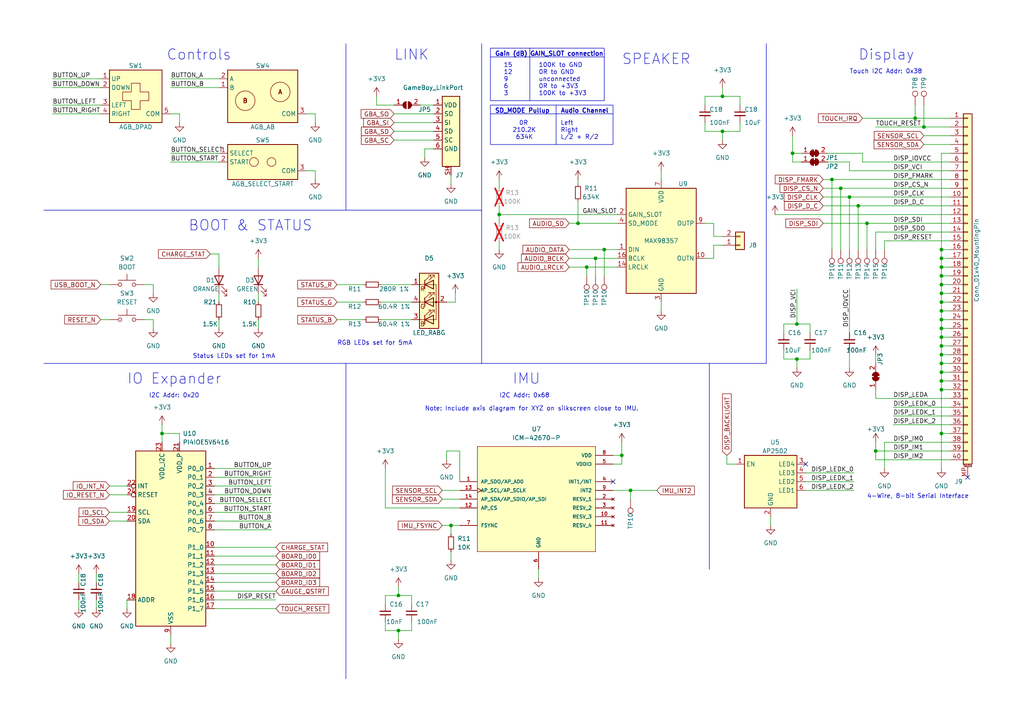
<source format=kicad_sch>
(kicad_sch (version 20230121) (generator eeschema)
  (paper "A4")
  (title_block (title "Kudzu") (date "2023-09-26") (rev "1") (company "Copyright 2023 The Pigweed Authors"))
  (junction (at 209.55 38.1))
  (junction (at 273.05 85.09))
  (junction (at 251.46 64.77))
  (junction (at 172.72 74.93))
  (junction (at 231.14 104.14))
  (junction (at 115.57 182.88))
  (junction (at 267.97 36.83))
  (junction (at 273.05 107.95))
  (junction (at 246.38 57.15))
  (junction (at 273.05 90.17))
  (junction (at 273.05 72.39))
  (junction (at 273.05 102.87))
  (junction (at 130.81 152.4))
  (junction (at 273.05 97.79))
  (junction (at 273.05 74.93))
  (junction (at 209.55 27.94))
  (junction (at 248.92 59.69))
  (junction (at 273.05 92.71))
  (junction (at 170.18 77.47))
  (junction (at 46.99 125.73))
  (junction (at 273.05 95.25))
  (junction (at 144.78 62.23))
  (junction (at 231.14 93.98))
  (junction (at 273.05 125.73))
  (junction (at 241.3 52.07))
  (junction (at 175.26 72.39))
  (junction (at 273.05 80.01))
  (junction (at 243.84 54.61))
  (junction (at 182.88 142.24))
  (junction (at 273.05 110.49))
  (junction (at 273.05 100.33))
  (junction (at 180.34 132.08))
  (junction (at 273.05 77.47))
  (junction (at 273.05 105.41))
  (junction (at 254 130.81))
  (junction (at 273.05 87.63))
  (junction (at 167.64 64.77))
  (junction (at 273.05 82.55))
  (junction (at 115.57 172.72))
  (junction (at 273.05 113.03))
  (junction (at 229.87 44.45))
  (junction (at 265.43 34.29))
  (no_connect (at 233.68 134.62))
  (no_connect (at 177.8 139.7))
  (no_connect (at 280.67 138.43))
  (wire (pts (xy 125.73 43.18) (xy 123.19 43.18)))
  (wire (pts (xy 273.05 95.25) (xy 275.59 95.25)))
  (polyline (pts (xy 139.7 105.41) (xy 205.74 105.41)))
  (wire (pts (xy 180.34 128.27) (xy 180.34 132.08)))
  (wire (pts (xy 133.35 139.7) (xy 133.35 130.81)))
  (wire (pts (xy 175.26 72.39) (xy 175.26 80.01)))
  (wire (pts (xy 182.88 142.24) (xy 190.5 142.24)))
  (wire (pts (xy 62.23 168.91) (xy 80.01 168.91)))
  (wire (pts (xy 175.26 72.39) (xy 179.07 72.39)))
  (wire (pts (xy 207.01 68.58) (xy 209.55 68.58)))
  (wire (pts (xy 130.81 152.4) (xy 128.27 152.4)))
  (wire (pts (xy 111.76 172.72) (xy 111.76 175.26)))
  (wire (pts (xy 267.97 39.37) (xy 275.59 39.37)))
  (wire (pts (xy 15.24 25.4) (xy 29.21 25.4)))
  (polyline (pts (xy 153.67 13.97) (xy 153.67 29.21)))
  (wire (pts (xy 273.05 82.55) (xy 273.05 85.09)))
  (wire (pts (xy 144.78 59.69) (xy 144.78 62.23)))
  (wire (pts (xy 177.8 142.24) (xy 182.88 142.24)))
  (wire (pts (xy 62.23 161.29) (xy 80.01 161.29)))
  (wire (pts (xy 119.38 82.55) (xy 110.49 82.55)))
  (wire (pts (xy 256.54 72.39) (xy 256.54 69.85)))
  (wire (pts (xy 15.24 33.02) (xy 29.21 33.02)))
  (wire (pts (xy 243.84 72.39) (xy 243.84 54.61)))
  (wire (pts (xy 251.46 64.77) (xy 275.59 64.77)))
  (wire (pts (xy 62.23 153.67) (xy 78.74 153.67)))
  (wire (pts (xy 273.05 125.73) (xy 275.59 125.73)))
  (wire (pts (xy 115.57 170.18) (xy 115.57 172.72)))
  (wire (pts (xy 114.3 35.56) (xy 125.73 35.56)))
  (wire (pts (xy 74.93 74.93) (xy 74.93 77.47)))
  (polyline (pts (xy 12.7 105.41) (xy 139.7 105.41)))
  (wire (pts (xy 62.23 138.43) (xy 78.74 138.43)))
  (wire (pts (xy 246.38 57.15) (xy 275.59 57.15)))
  (wire (pts (xy 114.3 38.1) (xy 125.73 38.1)))
  (wire (pts (xy 238.76 57.15) (xy 246.38 57.15)))
  (wire (pts (xy 36.83 173.99) (xy 39.37 173.99)))
  (wire (pts (xy 109.22 27.94) (xy 109.22 30.48)))
  (wire (pts (xy 62.23 140.97) (xy 78.74 140.97)))
  (wire (pts (xy 210.82 132.08) (xy 210.82 134.62)))
  (wire (pts (xy 273.05 44.45) (xy 273.05 72.39)))
  (wire (pts (xy 273.05 102.87) (xy 273.05 105.41)))
  (polyline (pts (xy 100.33 105.41) (xy 100.33 196.85)))
  (wire (pts (xy 238.76 64.77) (xy 251.46 64.77)))
  (wire (pts (xy 62.23 146.05) (xy 78.74 146.05)))
  (wire (pts (xy 156.21 165.1) (xy 156.21 167.64)))
  (wire (pts (xy 191.77 49.53) (xy 191.77 52.07)))
  (wire (pts (xy 114.3 33.02) (xy 125.73 33.02)))
  (wire (pts (xy 88.9 49.53) (xy 91.44 49.53)))
  (wire (pts (xy 52.07 128.27) (xy 52.07 125.73)))
  (wire (pts (xy 273.05 87.63) (xy 273.05 90.17)))
  (wire (pts (xy 240.03 44.45) (xy 250.19 44.45)))
  (wire (pts (xy 273.05 44.45) (xy 275.59 44.45)))
  (wire (pts (xy 62.23 173.99) (xy 80.01 173.99)))
  (wire (pts (xy 254 133.35) (xy 275.59 133.35)))
  (wire (pts (xy 49.53 46.99) (xy 63.5 46.99)))
  (wire (pts (xy 273.05 77.47) (xy 273.05 80.01)))
  (wire (pts (xy 115.57 172.72) (xy 119.38 172.72)))
  (wire (pts (xy 133.35 152.4) (xy 130.81 152.4)))
  (wire (pts (xy 273.05 100.33) (xy 275.59 100.33)))
  (wire (pts (xy 204.47 74.93) (xy 207.01 74.93)))
  (wire (pts (xy 191.77 87.63) (xy 191.77 90.17)))
  (wire (pts (xy 250.19 34.29) (xy 265.43 34.29)))
  (polyline (pts (xy 205.74 105.41) (xy 205.74 165.1)))
  (wire (pts (xy 132.08 85.09) (xy 132.08 87.63)))
  (wire (pts (xy 204.47 38.1) (xy 209.55 38.1)))
  (wire (pts (xy 273.05 87.63) (xy 275.59 87.63)))
  (wire (pts (xy 254 113.03) (xy 254 115.57)))
  (wire (pts (xy 224.79 62.23) (xy 275.59 62.23)))
  (wire (pts (xy 273.05 107.95) (xy 273.05 110.49)))
  (wire (pts (xy 273.05 80.01) (xy 275.59 80.01)))
  (wire (pts (xy 105.41 82.55) (xy 97.79 82.55)))
  (wire (pts (xy 62.23 163.83) (xy 80.01 163.83)))
  (wire (pts (xy 273.05 100.33) (xy 273.05 102.87)))
  (wire (pts (xy 52.07 125.73) (xy 46.99 125.73)))
  (wire (pts (xy 273.05 72.39) (xy 275.59 72.39)))
  (wire (pts (xy 144.78 69.85) (xy 144.78 72.39)))
  (wire (pts (xy 111.76 172.72) (xy 115.57 172.72)))
  (wire (pts (xy 227.33 93.98) (xy 227.33 96.52)))
  (wire (pts (xy 46.99 123.19) (xy 46.99 125.73)))
  (wire (pts (xy 49.53 44.45) (xy 63.5 44.45)))
  (wire (pts (xy 209.55 27.94) (xy 209.55 25.4)))
  (wire (pts (xy 254 115.57) (xy 275.59 115.57)))
  (polyline (pts (xy 139.7 12.7) (xy 139.7 105.41)))
  (wire (pts (xy 231.14 104.14) (xy 227.33 104.14)))
  (wire (pts (xy 133.35 130.81) (xy 129.54 130.81)))
  (wire (pts (xy 121.92 30.48) (xy 125.73 30.48)))
  (wire (pts (xy 119.38 182.88) (xy 119.38 180.34)))
  (wire (pts (xy 62.23 151.13) (xy 78.74 151.13)))
  (wire (pts (xy 238.76 59.69) (xy 248.92 59.69)))
  (wire (pts (xy 234.95 104.14) (xy 234.95 101.6)))
  (wire (pts (xy 62.23 135.89) (xy 78.74 135.89)))
  (wire (pts (xy 204.47 27.94) (xy 209.55 27.94)))
  (wire (pts (xy 243.84 54.61) (xy 275.59 54.61)))
  (polyline (pts (xy 142.24 16.51) (xy 175.26 16.51)))
  (wire (pts (xy 111.76 147.32) (xy 133.35 147.32)))
  (wire (pts (xy 223.52 149.86) (xy 223.52 152.4)))
  (wire (pts (xy 227.33 93.98) (xy 231.14 93.98)))
  (wire (pts (xy 129.54 130.81) (xy 129.54 133.35)))
  (wire (pts (xy 254 130.81) (xy 275.59 130.81)))
  (polyline (pts (xy 222.25 12.7) (xy 222.25 105.41)))
  (wire (pts (xy 27.94 166.37) (xy 27.94 168.91)))
  (wire (pts (xy 265.43 30.48) (xy 265.43 34.29)))
  (wire (pts (xy 273.05 113.03) (xy 273.05 125.73)))
  (wire (pts (xy 273.05 85.09) (xy 275.59 85.09)))
  (wire (pts (xy 248.92 72.39) (xy 248.92 59.69)))
  (wire (pts (xy 214.63 30.48) (xy 214.63 27.94)))
  (wire (pts (xy 128.27 142.24) (xy 133.35 142.24)))
  (wire (pts (xy 132.08 87.63) (xy 129.54 87.63)))
  (wire (pts (xy 259.08 120.65) (xy 275.59 120.65)))
  (wire (pts (xy 238.76 54.61) (xy 243.84 54.61)))
  (wire (pts (xy 62.23 148.59) (xy 78.74 148.59)))
  (wire (pts (xy 273.05 102.87) (xy 275.59 102.87)))
  (wire (pts (xy 273.05 72.39) (xy 273.05 74.93)))
  (wire (pts (xy 44.45 82.55) (xy 44.45 85.09)))
  (polyline (pts (xy 222.25 105.41) (xy 205.74 105.41)))
  (wire (pts (xy 62.23 176.53) (xy 80.01 176.53)))
  (wire (pts (xy 31.75 140.97) (xy 36.83 140.97)))
  (wire (pts (xy 130.81 50.8) (xy 130.81 53.34)))
  (wire (pts (xy 273.05 97.79) (xy 273.05 100.33)))
  (wire (pts (xy 273.05 90.17) (xy 273.05 92.71)))
  (wire (pts (xy 238.76 52.07) (xy 241.3 52.07)))
  (wire (pts (xy 165.1 72.39) (xy 175.26 72.39)))
  (wire (pts (xy 88.9 33.02) (xy 91.44 33.02)))
  (polyline (pts (xy 142.24 33.02) (xy 177.8 33.02)))
  (wire (pts (xy 267.97 30.48) (xy 267.97 36.83)))
  (wire (pts (xy 115.57 182.88) (xy 119.38 182.88)))
  (wire (pts (xy 91.44 33.02) (xy 91.44 35.56)))
  (wire (pts (xy 259.08 118.11) (xy 275.59 118.11)))
  (wire (pts (xy 36.83 173.99) (xy 36.83 176.53)))
  (wire (pts (xy 231.14 93.98) (xy 234.95 93.98)))
  (wire (pts (xy 248.92 59.69) (xy 275.59 59.69)))
  (wire (pts (xy 119.38 87.63) (xy 110.49 87.63)))
  (wire (pts (xy 246.38 83.82) (xy 246.38 96.52)))
  (wire (pts (xy 231.14 104.14) (xy 234.95 104.14)))
  (wire (pts (xy 231.14 83.82) (xy 231.14 93.98)))
  (wire (pts (xy 74.93 92.71) (xy 74.93 95.25)))
  (wire (pts (xy 273.05 105.41) (xy 273.05 107.95)))
  (wire (pts (xy 234.95 93.98) (xy 234.95 96.52)))
  (wire (pts (xy 265.43 34.29) (xy 275.59 34.29)))
  (wire (pts (xy 165.1 77.47) (xy 170.18 77.47)))
  (wire (pts (xy 273.05 92.71) (xy 275.59 92.71)))
  (wire (pts (xy 246.38 49.53) (xy 275.59 49.53)))
  (wire (pts (xy 167.64 58.42) (xy 167.64 64.77)))
  (wire (pts (xy 241.3 52.07) (xy 275.59 52.07)))
  (polyline (pts (xy 161.29 30.48) (xy 161.29 41.91)))
  (wire (pts (xy 49.53 25.4) (xy 63.5 25.4)))
  (wire (pts (xy 204.47 64.77) (xy 207.01 64.77)))
  (polyline (pts (xy 12.7 60.96) (xy 139.7 60.96)))
  (wire (pts (xy 115.57 182.88) (xy 111.76 182.88)))
  (wire (pts (xy 29.21 92.71) (xy 31.75 92.71)))
  (wire (pts (xy 273.05 113.03) (xy 275.59 113.03)))
  (wire (pts (xy 273.05 105.41) (xy 275.59 105.41)))
  (wire (pts (xy 250.19 44.45) (xy 250.19 46.99)))
  (wire (pts (xy 273.05 74.93) (xy 275.59 74.93)))
  (wire (pts (xy 62.23 171.45) (xy 80.01 171.45)))
  (wire (pts (xy 204.47 30.48) (xy 204.47 27.94)))
  (wire (pts (xy 241.3 72.39) (xy 241.3 52.07)))
  (wire (pts (xy 229.87 46.99) (xy 232.41 46.99)))
  (wire (pts (xy 80.01 158.75) (xy 62.23 158.75)))
  (wire (pts (xy 273.05 95.25) (xy 273.05 97.79)))
  (polyline (pts (xy 100.33 12.7) (xy 100.33 60.96)))
  (wire (pts (xy 273.05 107.95) (xy 275.59 107.95)))
  (wire (pts (xy 273.05 125.73) (xy 273.05 135.89)))
  (wire (pts (xy 273.05 110.49) (xy 273.05 113.03)))
  (wire (pts (xy 22.86 173.99) (xy 22.86 176.53)))
  (wire (pts (xy 177.8 134.62) (xy 180.34 134.62)))
  (wire (pts (xy 214.63 27.94) (xy 209.55 27.94)))
  (wire (pts (xy 165.1 64.77) (xy 167.64 64.77)))
  (wire (pts (xy 63.5 85.09) (xy 63.5 87.63)))
  (wire (pts (xy 254 36.83) (xy 267.97 36.83)))
  (wire (pts (xy 273.05 110.49) (xy 275.59 110.49)))
  (wire (pts (xy 246.38 46.99) (xy 246.38 49.53)))
  (wire (pts (xy 63.5 77.47) (xy 63.5 73.66)))
  (wire (pts (xy 49.53 33.02) (xy 52.07 33.02)))
  (wire (pts (xy 170.18 77.47) (xy 170.18 80.01)))
  (wire (pts (xy 130.81 160.02) (xy 130.81 162.56)))
  (wire (pts (xy 172.72 74.93) (xy 172.72 80.01)))
  (wire (pts (xy 273.05 80.01) (xy 273.05 82.55)))
  (wire (pts (xy 267.97 36.83) (xy 275.59 36.83)))
  (wire (pts (xy 180.34 132.08) (xy 180.34 134.62)))
  (wire (pts (xy 114.3 40.64) (xy 125.73 40.64)))
  (wire (pts (xy 273.05 77.47) (xy 275.59 77.47)))
  (wire (pts (xy 170.18 77.47) (xy 179.07 77.47)))
  (wire (pts (xy 256.54 128.27) (xy 275.59 128.27)))
  (wire (pts (xy 210.82 134.62) (xy 213.36 134.62)))
  (wire (pts (xy 214.63 38.1) (xy 214.63 35.56)))
  (wire (pts (xy 49.53 22.86) (xy 63.5 22.86)))
  (wire (pts (xy 31.75 151.13) (xy 36.83 151.13)))
  (wire (pts (xy 233.68 139.7) (xy 247.65 139.7)))
  (wire (pts (xy 123.19 43.18) (xy 123.19 45.72)))
  (wire (pts (xy 128.27 144.78) (xy 133.35 144.78)))
  (wire (pts (xy 91.44 49.53) (xy 91.44 52.07)))
  (wire (pts (xy 209.55 38.1) (xy 214.63 38.1)))
  (wire (pts (xy 172.72 74.93) (xy 179.07 74.93)))
  (wire (pts (xy 177.8 132.08) (xy 180.34 132.08)))
  (wire (pts (xy 273.05 85.09) (xy 273.05 87.63)))
  (wire (pts (xy 165.1 74.93) (xy 172.72 74.93)))
  (wire (pts (xy 31.75 143.51) (xy 36.83 143.51)))
  (wire (pts (xy 273.05 74.93) (xy 273.05 77.47)))
  (wire (pts (xy 44.45 92.71) (xy 44.45 95.25)))
  (wire (pts (xy 259.08 123.19) (xy 275.59 123.19)))
  (wire (pts (xy 254 128.27) (xy 254 130.81)))
  (wire (pts (xy 63.5 92.71) (xy 63.5 95.25)))
  (wire (pts (xy 74.93 85.09) (xy 74.93 87.63)))
  (wire (pts (xy 273.05 97.79) (xy 275.59 97.79)))
  (wire (pts (xy 130.81 152.4) (xy 130.81 154.94)))
  (wire (pts (xy 167.64 52.07) (xy 167.64 53.34)))
  (wire (pts (xy 229.87 44.45) (xy 232.41 44.45)))
  (wire (pts (xy 31.75 148.59) (xy 36.83 148.59)))
  (wire (pts (xy 15.24 30.48) (xy 29.21 30.48)))
  (wire (pts (xy 27.94 173.99) (xy 27.94 176.53)))
  (wire (pts (xy 233.68 142.24) (xy 247.65 142.24)))
  (wire (pts (xy 144.78 62.23) (xy 179.07 62.23)))
  (wire (pts (xy 273.05 90.17) (xy 275.59 90.17)))
  (wire (pts (xy 60.96 73.66) (xy 63.5 73.66)))
  (wire (pts (xy 246.38 72.39) (xy 246.38 57.15)))
  (wire (pts (xy 233.68 137.16) (xy 247.65 137.16)))
  (wire (pts (xy 119.38 92.71) (xy 110.49 92.71)))
  (wire (pts (xy 256.54 128.27) (xy 256.54 135.89)))
  (wire (pts (xy 144.78 52.07) (xy 144.78 54.61)))
  (wire (pts (xy 182.88 142.24) (xy 182.88 144.78)))
  (wire (pts (xy 62.23 143.51) (xy 78.74 143.51)))
  (wire (pts (xy 22.86 166.37) (xy 22.86 168.91)))
  (wire (pts (xy 209.55 38.1) (xy 209.55 40.64)))
  (wire (pts (xy 41.91 82.55) (xy 44.45 82.55)))
  (wire (pts (xy 256.54 69.85) (xy 275.59 69.85)))
  (wire (pts (xy 246.38 106.68) (xy 246.38 101.6)))
  (wire (pts (xy 273.05 82.55) (xy 275.59 82.55)))
  (wire (pts (xy 254 102.87) (xy 254 105.41)))
  (wire (pts (xy 41.91 92.71) (xy 44.45 92.71)))
  (wire (pts (xy 267.97 41.91) (xy 275.59 41.91)))
  (wire (pts (xy 254 72.39) (xy 254 67.31)))
  (wire (pts (xy 207.01 64.77) (xy 207.01 68.58)))
  (wire (pts (xy 207.01 74.93) (xy 207.01 71.12)))
  (wire (pts (xy 227.33 104.14) (xy 227.33 101.6)))
  (wire (pts (xy 46.99 125.73) (xy 46.99 128.27)))
  (wire (pts (xy 114.3 30.48) (xy 109.22 30.48)))
  (wire (pts (xy 254 133.35) (xy 254 130.81)))
  (wire (pts (xy 29.21 82.55) (xy 31.75 82.55)))
  (wire (pts (xy 240.03 46.99) (xy 246.38 46.99)))
  (wire (pts (xy 229.87 44.45) (xy 229.87 39.37)))
  (wire (pts (xy 97.79 92.71) (xy 105.41 92.71)))
  (wire (pts (xy 115.57 182.88) (xy 115.57 185.42)))
  (wire (pts (xy 204.47 35.56) (xy 204.47 38.1)))
  (wire (pts (xy 231.14 104.14) (xy 231.14 106.68)))
  (wire (pts (xy 250.19 46.99) (xy 275.59 46.99)))
  (wire (pts (xy 229.87 44.45) (xy 229.87 46.99)))
  (wire (pts (xy 144.78 62.23) (xy 144.78 64.77)))
  (wire (pts (xy 97.79 87.63) (xy 105.41 87.63)))
  (wire (pts (xy 119.38 172.72) (xy 119.38 175.26)))
  (wire (pts (xy 111.76 182.88) (xy 111.76 180.34)))
  (wire (pts (xy 251.46 64.77) (xy 251.46 72.39)))
  (wire (pts (xy 207.01 71.12) (xy 209.55 71.12)))
  (wire (pts (xy 52.07 33.02) (xy 52.07 35.56)))
  (wire (pts (xy 111.76 135.89) (xy 111.76 147.32)))
  (wire (pts (xy 49.53 184.15) (xy 49.53 186.69)))
  (wire (pts (xy 167.64 64.77) (xy 179.07 64.77)))
  (wire (pts (xy 80.01 166.37) (xy 62.23 166.37)))
  (wire (pts (xy 254 67.31) (xy 275.59 67.31)))
  (wire (pts (xy 273.05 92.71) (xy 273.05 95.25)))
  (wire (pts (xy 15.24 22.86) (xy 29.21 22.86)))
  (rectangle (start 142.24 30.48) (end 177.8 41.91))
  (rectangle (start 142.24 13.97) (end 175.26 29.21))
  (text "I2C Addr: 0x68" (at 144.78 115.57 0) (effects (font (size 1.27 1.27)) (justify left bottom)))
  (text "4-Wire, 8-bit Serial Interface" (at 251.46 144.78 0) (effects (font (size 1.27 1.27)) (justify left bottom)))
  (text "Status LEDs set for 1mA" (at 55.88 104.14 0) (effects (font (size 1.27 1.27)) (justify left bottom)))
  (text "SPEAKER\n" (at 180.34 19.05 0) (effects (font (size 3 3)) (justify left bottom)))
  (text "Display\n" (at 248.92 17.78 0) (effects (font (size 3 3)) (justify left bottom)))
  (text "GAIN_SLOT connection" (at 153.67 16.51 0) (effects (font (size 1.27 1.27) bold) (justify left bottom)))
  (text "RGB LEDs set for 5mA" (at 97.79 100.33 0) (effects (font (size 1.27 1.27)) (justify left bottom)))
  (text "100K to GND\n0R to GND\nunconnected\n0R to +3V3\n100K to +3V3" (at 156.21 27.94 0) (effects (font (size 1.27 1.27)) (justify left bottom)))
  (text "Touch I2C Addr: 0x38" (at 246.38 21.59 0) (effects (font (size 1.27 1.27)) (justify left bottom)))
  (text "IMU" (at 148.59 111.76 0) (effects (font (size 3 3)) (justify left bottom)))
  (text "Controls\n" (at 48.26 17.78 0) (effects (font (size 3 3)) (justify left bottom)))
  (text "Gain (dB)" (at 143.51 16.51 0) (effects (font (size 1.27 1.27) (thickness 0.254) bold) (justify left bottom)))
  (text "IO Expander\n" (at 36.83 111.76 0) (effects (font (size 3 3)) (justify left bottom)))
  (text "LINK" (at 114.3 17.78 0) (effects (font (size 3 3)) (justify left bottom)))
  (text "  0R\n210.2K\n 634K" (at 148.59 40.64 0) (effects (font (size 1.27 1.27)) (justify left bottom)))
  (text "SD_MODE Pullup" (at 143.51 33.02 0) (effects (font (size 1.27 1.27) (thickness 0.254) bold) (justify left bottom)))
  (text "BOOT & STATUS" (at 54.61 67.31 0) (effects (font (size 3 3)) (justify left bottom)))
  (text "Note: Include axis diagram for XYZ on silkscreen close to IMU." (at 123.19 119.38 0) (effects (font (size 1.27 1.27)) (justify left bottom)))
  (text "I2C Addr: 0x20\n" (at 43.18 115.57 0) (effects (font (size 1.27 1.27)) (justify left bottom)))
  (text "Left\nRight\nL/2 + R/2" (at 162.56 40.64 0) (effects (font (size 1.27 1.27)) (justify left bottom)))
  (text "Audio Channel" (at 162.56 33.02 0) (effects (font (size 1.27 1.27) (thickness 0.254) bold) (justify left bottom)))
  (text "15\n12\n9\n6\n3" (at 146.05 27.94 0) (effects (font (size 1.27 1.27)) (justify left bottom)))
  (label "BUTTON_LEFT" (at 78.74 140.97 180))
  (label "DISP_CS_N" (at 259.08 54.61 0))
  (label "BUTTON_A" (at 49.53 22.86 0))
  (label "BUTTON_UP" (at 15.24 22.86 0))
  (label "BUTTON_SELECT" (at 78.74 146.05 180))
  (label "DISP_VCI" (at 231.14 83.82 270))
  (label "DISP_IOVCC" (at 259.08 46.99 0))
  (label "DISP_LEDA" (at 259.08 115.57 0))
  (label "BUTTON_LEFT" (at 15.24 30.48 0))
  (label "DISP_SDI" (at 259.08 64.77 0))
  (label "DISP_CLK" (at 259.08 57.15 0))
  (label "BUTTON_SELECT" (at 49.53 44.45 0))
  (label "GAIN_SLOT" (at 168.91 62.23 0))
  (label "DISP_VCI" (at 259.08 49.53 0))
  (label "BUTTON_DOWN" (at 78.74 143.51 180))
  (label "DISP_RESET" (at 80.01 173.99 180))
  (label "DISP_LEDK_2" (at 247.65 142.24 180))
  (label "BUTTON_A" (at 78.74 153.67 180))
  (label "DISP_IM0" (at 259.08 128.27 0))
  (label "BUTTON_UP" (at 78.74 135.89 180))
  (label "DISP_D_C" (at 259.08 59.69 0))
  (label "DISP_LEDK_1" (at 247.65 139.7 180))
  (label "DISP_LEDK_0" (at 247.65 137.16 180))
  (label "BUTTON_DOWN" (at 15.24 25.4 0))
  (label "DISP_LEDK_0" (at 259.08 118.11 0))
  (label "DISP_IOVCC" (at 246.38 83.82 270))
  (label "DISP_RESET" (at 259.08 69.85 0))
  (label "DISP_IM2" (at 259.08 133.35 0))
  (label "BUTTON_START" (at 78.74 148.59 180))
  (label "TOUCH_RESET" (at 254 36.83 0))
  (label "BUTTON_B" (at 78.74 151.13 180))
  (label "DISP_LEDK_1" (at 259.08 120.65 0))
  (label "BUTTON_RIGHT" (at 78.74 138.43 180))
  (label "DISP_LEDK_2" (at 259.08 123.19 0))
  (label "DISP_SDO" (at 259.08 67.31 0))
  (label "DISP_FMARK" (at 259.08 52.07 0))
  (label "DISP_IM1" (at 259.08 130.81 0))
  (label "BUTTON_START" (at 49.53 46.99 0))
  (label "BUTTON_RIGHT" (at 15.24 33.02 0))
  (label "BUTTON_B" (at 49.53 25.4 0))
  (global_label "IMU_INT2" (shape input) (at 190.5 142.24 0) (property "Intersheetrefs" "${INTERSHEET_REFS}" (effects hide)))
  (global_label "IO_INT_N" (shape input) (at 31.75 140.97 180) (property "Intersheetrefs" "${INTERSHEET_REFS}" (effects hide)))
  (global_label "IO_SDA" (shape input) (at 31.75 151.13 180) (property "Intersheetrefs" "${INTERSHEET_REFS}" (effects hide)))
  (global_label "DISP_D_C" (shape input) (at 238.76 59.69 180) (property "Intersheetrefs" "${INTERSHEET_REFS}" (effects hide)))
  (global_label "SENSOR_SCL" (shape input) (at 267.97 39.37 180) (property "Intersheetrefs" "${INTERSHEET_REFS}" (effects hide)))
  (global_label "TOUCH_RESET" (shape input) (at 80.01 176.53 0) (property "Intersheetrefs" "${INTERSHEET_REFS}" (effects hide)))
  (global_label "GBA_SO" (shape input) (at 114.3 33.02 180) (property "Intersheetrefs" "${INTERSHEET_REFS}" (effects hide)))
  (global_label "GBA_SC" (shape input) (at 114.3 40.64 180) (property "Intersheetrefs" "${INTERSHEET_REFS}" (effects hide)))
  (global_label "DISP_SDI" (shape input) (at 238.76 64.77 180) (property "Intersheetrefs" "${INTERSHEET_REFS}" (effects hide)))
  (global_label "AUDIO_DATA" (shape input) (at 165.1 72.39 180) (property "Intersheetrefs" "${INTERSHEET_REFS}" (effects hide)))
  (global_label "AUDIO_SD" (shape input) (at 165.1 64.77 180) (property "Intersheetrefs" "${INTERSHEET_REFS}" (effects hide)))
  (global_label "BOARD_ID0" (shape input) (at 80.01 161.29 0) (property "Intersheetrefs" "${INTERSHEET_REFS}" (effects hide)))
  (global_label "SENSOR_SDA" (shape input) (at 128.27 144.78 180) (property "Intersheetrefs" "${INTERSHEET_REFS}" (effects hide)))
  (global_label "IMU_FSYNC" (shape input) (at 128.27 152.4 180) (property "Intersheetrefs" "${INTERSHEET_REFS}" (effects hide)))
  (global_label "STATUS_G" (shape input) (at 97.79 87.63 180) (property "Intersheetrefs" "${INTERSHEET_REFS}" (effects hide)))
  (global_label "BOARD_ID3" (shape input) (at 80.01 168.91 0) (property "Intersheetrefs" "${INTERSHEET_REFS}" (effects hide)))
  (global_label "GBA_SD" (shape input) (at 114.3 38.1 180) (property "Intersheetrefs" "${INTERSHEET_REFS}" (effects hide)))
  (global_label "GBA_SI" (shape input) (at 114.3 35.56 180) (property "Intersheetrefs" "${INTERSHEET_REFS}" (effects hide)))
  (global_label "SENSOR_SDA" (shape input) (at 267.97 41.91 180) (property "Intersheetrefs" "${INTERSHEET_REFS}" (effects hide)))
  (global_label "IO_RESET_N" (shape input) (at 31.75 143.51 180) (property "Intersheetrefs" "${INTERSHEET_REFS}" (effects hide)))
  (global_label "STATUS_R" (shape input) (at 97.79 82.55 180) (property "Intersheetrefs" "${INTERSHEET_REFS}" (effects hide)))
  (global_label "BOARD_ID1" (shape input) (at 80.01 163.83 0) (property "Intersheetrefs" "${INTERSHEET_REFS}" (effects hide)))
  (global_label "DISP_CLK" (shape input) (at 238.76 57.15 180) (property "Intersheetrefs" "${INTERSHEET_REFS}" (effects hide)))
  (global_label "RESET_N" (shape input) (at 29.21 92.71 180) (property "Intersheetrefs" "${INTERSHEET_REFS}" (effects hide)))
  (global_label "DISP_CS_N" (shape input) (at 238.76 54.61 180) (property "Intersheetrefs" "${INTERSHEET_REFS}" (effects hide)))
  (global_label "AUDIO_LRCLK" (shape input) (at 165.1 77.47 180) (property "Intersheetrefs" "${INTERSHEET_REFS}" (effects hide)))
  (global_label "STATUS_B" (shape input) (at 97.79 92.71 180) (property "Intersheetrefs" "${INTERSHEET_REFS}" (effects hide)))
  (global_label "DISP_FMARK" (shape input) (at 238.76 52.07 180) (property "Intersheetrefs" "${INTERSHEET_REFS}" (effects hide)))
  (global_label "IO_SCL" (shape input) (at 31.75 148.59 180) (property "Intersheetrefs" "${INTERSHEET_REFS}" (effects hide)))
  (global_label "TOUCH_IRQ" (shape input) (at 250.19 34.29 180) (property "Intersheetrefs" "${INTERSHEET_REFS}" (effects hide)))
  (global_label "DISP_BACKLIGHT" (shape input) (at 210.82 132.08 90) (property "Intersheetrefs" "${INTERSHEET_REFS}" (effects hide)))
  (global_label "CHARGE_STAT" (shape input) (at 60.96 73.66 180) (property "Intersheetrefs" "${INTERSHEET_REFS}" (effects hide)))
  (global_label "USB_BOOT_N" (shape input) (at 29.21 82.55 180) (property "Intersheetrefs" "${INTERSHEET_REFS}" (effects hide)))
  (global_label "SENSOR_SCL" (shape input) (at 128.27 142.24 180) (property "Intersheetrefs" "${INTERSHEET_REFS}" (effects hide)))
  (global_label "BOARD_ID2" (shape input) (at 80.01 166.37 0) (property "Intersheetrefs" "${INTERSHEET_REFS}" (effects hide)))
  (global_label "CHARGE_STAT" (shape input) (at 80.01 158.75 0) (property "Intersheetrefs" "${INTERSHEET_REFS}" (effects hide)))
  (global_label "AUDIO_BCLK" (shape input) (at 165.1 74.93 180) (property "Intersheetrefs" "${INTERSHEET_REFS}" (effects hide)))
  (global_label "GAUGE_QSTRT" (shape input) (at 80.01 171.45 0) (property "Intersheetrefs" "${INTERSHEET_REFS}" (effects hide)))
  (symbol (lib_id "power:GND") (at 256.54 135.89 0) (unit 1)
    (property "Reference" "#PWR043" (effects hide))
    (property "Value" "GND" (at 256.54 140.97 0))
    (instances (project "kudzu" (path "" (reference "#PWR043") (unit 1)) (path "" (reference "#PWR075") (unit 1))))
  )
  (symbol (lib_id "power:+3V3") (at 191.77 49.53 0) (unit 1)
    (property "Reference" "#PWR058" (effects hide))
    (property "Value" "+3V3" (at 191.77 44.45 0))
    (instances (project "kudzu" (path "" (reference "#PWR058") (unit 1)) (path "" (reference "#PWR079") (unit 1))))
  )
  (symbol (lib_id "Connector:TestPoint") (at 248.92 72.39 180) (unit 1)
    (property "Reference" "TP13" (at 248.92 78.74 90))
    (property "Value" "DISP_D_C" (effects hide))
    (property "Footprint" "TestPoint:TestPoint_Pad_D1.0mm" (effects hide))
  )
  (symbol (lib_id "power:+3V3") (at 132.08 85.09 0) (unit 1)
    (property "Reference" "#PWR054" (effects hide))
    (property "Value" "+3V3" (at 132.08 80.01 0))
    (instances (project "kudzu" (path "" (reference "#PWR054") (unit 1)) (path "" (reference "#PWR070") (unit 1))))
  )
  (symbol (lib_id "power:GND") (at 246.38 106.68 0) (unit 1)
    (property "Reference" "#PWR072" (effects hide))
    (property "Value" "GND" (at 246.38 111.76 0))
    (instances (project "kudzu" (path "" (reference "#PWR072") (unit 1)) (path "" (reference "#PWR096") (unit 1))))
  )
  (symbol (lib_id "Switch:SW_Push") (at 36.83 82.55 0) (unit 1)
    (property "Reference" "SW2" (at 36.83 74.93 0))
    (property "Value" "BOOT" (at 36.83 77.47 0))
    (property "Footprint" "KudzuLibrary:SW_Push_1P1T_NO_CK_PTS840_GK_SMTR_LFS" (effects hide))
    (property "Price @ 10" "0.43900" (effects hide))
    (property "Price @ 25" "0.41360" (effects hide))
    (property "DigiKey PN" "CKN10508CT-ND" (effects hide))
  )
  (symbol (lib_id "Rust_Board:ICM-42670-P") (at 156.21 144.78 0) (unit 1)
    (property "Reference" "U7" (at 155.575 124.46 0))
    (property "Value" "ICM-42670-P" (at 155.575 127 0))
    (property "Footprint" "Rust_Board:IC_ICM-42670-P" (effects hide))
    (property "MAXIMUM_PACKAGE_HEIGHT" "0.81mm" (effects hide))
    (property "MANUFACTURER" "TDK InvenSense" (effects hide))
    (property "PARTREV" "1.0" (effects hide))
    (property "STANDARD" "Manufacturer Recommendations" (effects hide))
    (property "Price @ 10" "3.66400" (effects hide))
    (property "Price @ 25" "3.25680" (effects hide))
    (property "DigiKey PN" "1428-ICM-42670-PCT-ND" (effects hide))
  )
  (symbol (lib_id "Connector:TestPoint") (at 172.72 80.01 180) (unit 1)
    (property "Reference" "TP10" (at 172.72 86.36 90))
    (property "Value" "AUDIO_BCLK" (effects hide))
    (property "Footprint" "TestPoint:TestPoint_Pad_D1.0mm" (effects hide))
    (instances (project "kudzu" (path "" (reference "TP10") (unit 1)) (path "" (reference "TP23") (unit 1))))
  )
  (symbol (lib_id "power:+3V3") (at 74.93 74.93 0) (unit 1)
    (property "Reference" "#PWR054" (effects hide))
    (property "Value" "+3V3" (at 74.93 69.85 0))
    (instances (project "kudzu" (path "" (reference "#PWR054") (unit 1)) (path "" (reference "#PWR063") (unit 1))))
  )
  (symbol (lib_id "power:GND") (at 52.07 35.56 0) (unit 1)
    (property "Reference" "#PWR057" (effects hide))
    (property "Value" "GND" (at 52.07 40.64 0))
    (instances (project "kudzu" (path "" (reference "#PWR057") (unit 1)) (path "" (reference "#PWR065") (unit 1))))
  )
  (symbol (lib_id "Connector:TestPoint") (at 241.3 72.39 180) (unit 1)
    (property "Reference" "TP10" (at 241.3 78.74 90))
    (property "Value" "DISP_FMARK" (effects hide))
    (property "Footprint" "TestPoint:TestPoint_Pad_D1.0mm" (effects hide))
  )
  (symbol (lib_id "Device:C_Small") (at 214.63 33.02 0) (unit 1)
    (property "Reference" "C18" (at 215.9 31.75 0) (effects (justify left)))
    (property "Value" "10uF" (at 215.9 35.56 0) (effects (justify left)))
    (property "Footprint" "Capacitor_SMD:C_0603_1608Metric" (effects hide))
    (property "Price @ 10" "0.10800" (effects hide))
    (property "Price @ 25" "0.06140" (effects hide))
    (property "DigiKey PN" "1276-1871-2-ND" (effects hide))
    (instances (project "kudzu" (path "" (reference "C18") (unit 1)) (path "" (reference "C20") (unit 1))))
  )
  (symbol (lib_id "power:+3V3") (at 27.94 166.37 0) (unit 1)
    (property "Reference" "#PWR074" (effects hide))
    (property "Value" "+3V3" (at 27.94 161.29 0))
    (instances (project "kudzu" (path "" (reference "#PWR074") (unit 1)) (path "" (reference "#PWR093") (unit 1))))
  )
  (symbol (lib_id "power:+3V3") (at 254 102.87 0) (unit 1)
    (property "Reference" "#PWR041" (effects hide))
    (property "Value" "+3V3" (at 254 97.79 0))
    (instances (project "kudzu" (path "" (reference "#PWR041") (unit 1)) (path "" (reference "#PWR073") (unit 1))))
  )
  (symbol (lib_id "power:+3V3") (at 144.78 52.07 0) (unit 1)
    (property "Reference" "#PWR058" (effects hide))
    (property "Value" "+3V3" (at 144.78 46.99 0))
    (instances (project "kudzu" (path "" (reference "#PWR058") (unit 1)) (path "" (reference "#PWR081") (unit 1))))
  )
  (symbol (lib_id "Device:C_Small") (at 246.38 99.06 180) (unit 1)
    (property "Reference" "C16" (at 251.46 96.52 0) (effects (justify left)))
    (property "Value" "100nF" (at 251.46 101.6 0) (effects (justify left)))
    (property "Footprint" "Capacitor_SMD:C_0603_1608Metric" (effects hide))
    (property "Price @ 10" "0.01200" (effects hide))
    (property "Price @ 25" "0.00856" (effects hide))
    (property "DigiKey PN" "1276-1000-2-ND" (effects hide))
    (instances (project "kudzu" (path "" (reference "C16") (unit 1)) (path "" (reference "C23") (unit 1))))
  )
  (symbol (lib_id "Jumper:SolderJumper_2_Bridged") (at 236.22 46.99 0) (unit 1)
    (property "Reference" "JP2" (at 241.3 48.26 0))
    (property "Value" "SolderJumper_2_Bridged" (effects hide))
    (property "Footprint" "Jumper:SolderJumper-2_P1.3mm_Bridged_RoundedPad1.0x1.5mm" (effects hide))
    (instances (project "kudzu" (path "" (reference "JP2") (unit 1)) (path "" (reference "JP3") (unit 1))))
  )
  (symbol (lib_id "Device:R_Small") (at 107.95 87.63 90) (unit 1)
    (property "Reference" "R12" (at 102.87 88.9 90))
    (property "Value" "60.4R 1%" (at 114.3 88.9 90))
    (property "Footprint" "Resistor_SMD:R_0603_1608Metric" (effects hide))
    (property "Price @ 10" "0.04200" (effects hide))
    (property "Price @ 25" "0.02340" (effects hide))
    (property "DigiKey PN" "P60.4HTR-ND" (effects hide))
    (instances (project "kudzu" (path "" (reference "R12") (unit 1)) (path "" (reference "R18") (unit 1))))
  )
  (symbol (lib_id "Device:R_Small") (at 144.78 57.15 180) (unit 1) (dnp yes)
    (property "Reference" "R13" (at 148.59 55.88 0))
    (property "Value" "100K" (at 148.59 58.42 0))
    (property "Footprint" "Resistor_SMD:R_0603_1608Metric" (effects hide))
    (property "Price @ 10" "0.01800" (effects hide))
    (property "Price @ 25" "0.01060" (effects hide))
    (property "DigiKey PN" "311-100KHRTR-ND" (effects hide))
    (instances (project "kudzu" (path "" (reference "R13") (unit 1)) (path "" (reference "R22") (unit 1))))
  )
  (symbol (lib_id "power:+3V3") (at 180.34 128.27 0) (unit 1)
    (property "Reference" "#PWR061" (effects hide))
    (property "Value" "+3V3" (at 180.34 123.19 0))
    (instances (project "kudzu" (path "" (reference "#PWR061") (unit 1)) (path "" (reference "#PWR069") (unit 1))))
  )
  (symbol (lib_id "power:+3V3") (at 22.86 166.37 0) (unit 1)
    (property "Reference" "#PWR074" (effects hide))
    (property "Value" "+3V3" (at 22.86 161.29 0))
    (instances (project "kudzu" (path "" (reference "#PWR074") (unit 1)) (path "" (reference "#PWR031") (unit 1))))
  )
  (symbol (lib_id "power:GND") (at 44.45 85.09 0) (unit 1)
    (property "Reference" "#PWR052" (effects hide))
    (property "Value" "GND" (at 44.45 90.17 0))
    (instances (project "kudzu" (path "" (reference "#PWR052") (unit 1)) (path "" (reference "#PWR054") (unit 1))))
  )
  (symbol (lib_id "Connector:TestPoint") (at 265.43 30.48 0) (unit 1)
    (property "Reference" "TP8" (at 265.43 24.13 90))
    (property "Value" "TOUCH_IRQ" (effects hide))
    (property "Footprint" "TestPoint:TestPoint_Pad_D1.0mm" (effects hide))
  )
  (symbol (lib_id "power:+3V3") (at 209.55 25.4 0) (unit 1)
    (property "Reference" "#PWR058" (effects hide))
    (property "Value" "+3V3" (at 209.55 20.32 0))
    (instances (project "kudzu" (path "" (reference "#PWR058") (unit 1)) (path "" (reference "#PWR094") (unit 1))))
  )
  (symbol (lib_id "power:+3V3") (at 229.87 39.37 0) (unit 1)
    (property "Reference" "#PWR038" (effects hide))
    (property "Value" "+3V3" (at 229.87 34.29 0))
    (instances (project "kudzu" (path "" (reference "#PWR038") (unit 1)) (path "" (reference "#PWR072") (unit 1))))
  )
  (symbol (lib_id "Connector:TestPoint") (at 243.84 72.39 180) (unit 1)
    (property "Reference" "TP11" (at 243.84 78.74 90))
    (property "Value" "DISP_CS_N" (effects hide))
    (property "Footprint" "TestPoint:TestPoint_Pad_D1.0mm" (effects hide))
  )
  (symbol (lib_id "power:+3V3") (at 115.57 170.18 0) (unit 1)
    (property "Reference" "#PWR062" (effects hide))
    (property "Value" "+3V3" (at 115.57 165.1 0))
    (instances (project "kudzu" (path "" (reference "#PWR062") (unit 1)) (path "" (reference "#PWR052") (unit 1))))
  )
  (symbol (lib_id "power:GND") (at 74.93 95.25 0) (unit 1)
    (property "Reference" "#PWR053" (effects hide))
    (property "Value" "GND" (at 74.93 100.33 0))
    (instances (project "kudzu" (path "" (reference "#PWR053") (unit 1)) (path "" (reference "#PWR064") (unit 1))))
  )
  (symbol (lib_id "Connector_Generic_MountingPin:Conn_01x40_MountingPin") (at 280.67 82.55 0) (unit 1)
    (property "Reference" "J9" (at 276.86 139.7 0) (effects (justify left)))
    (property "Value" "Conn_01x40_MountingPin" (at 283.21 87.63 90) (effects (justify left)))
    (property "Footprint" "KudzuLibrary:FPC-Connector_1x40-1MP_P0.50mm_Horizontal" (effects hide))
    (property "Price @ 10" "0.17" (effects hide))
    (property "Price @ 25" "0.17" (effects hide))
  )
  (symbol (lib_id "power:GND") (at 49.53 186.69 0) (unit 1)
    (property "Reference" "#PWR069" (effects hide))
    (property "Value" "GND" (at 49.53 191.77 0))
    (instances (project "kudzu" (path "" (reference "#PWR069") (unit 1)) (path "" (reference "#PWR051") (unit 1))))
  )
  (symbol (lib_id "Connector:TestPoint") (at 170.18 80.01 180) (unit 1)
    (property "Reference" "TP10" (at 170.18 86.36 90))
    (property "Value" "AUDIO_LRCLK" (effects hide))
    (property "Footprint" "TestPoint:TestPoint_Pad_D1.0mm" (effects hide))
    (instances (project "kudzu" (path "" (reference "TP10") (unit 1)) (path "" (reference "TP24") (unit 1))))
  )
  (symbol (lib_id "Connector_Generic:Conn_01x02") (at 214.63 71.12 0) (mirror x) (unit 1)
    (property "Reference" "J8" (at 217.17 71.12 0) (effects (justify left)))
    (property "Value" "Conn_01x02" (effects hide))
    (property "Footprint" "KudzuLibrary:CONN HEADER SMD 2POS 1.25MM" (effects hide))
    (property "Price @ 10" "0.48300" (effects hide))
    (property "Price @ 25" "0.48300" (effects hide))
    (property "DigiKey PN" "WM7620CT-ND" (effects hide))
    (instances (project "kudzu" (path "" (reference "J8") (unit 1)) (path "" (reference "J5") (unit 1))))
  )
  (symbol (lib_id "power:+3V3") (at 224.79 62.23 0) (unit 1)
    (property "Reference" "#PWR038" (effects hide))
    (property "Value" "+3V3" (at 224.79 57.15 0))
    (instances (project "kudzu" (path "" (reference "#PWR038") (unit 1)) (path "" (reference "#PWR088") (unit 1))))
  )
  (symbol (lib_id "Device:R_Small") (at 107.95 82.55 90) (unit 1)
    (property "Reference" "R11" (at 102.87 83.82 90))
    (property "Value" "280R 1%" (at 114.3 83.82 90))
    (property "Footprint" "Resistor_SMD:R_0603_1608Metric" (effects hide))
    (property "Price @ 10" "0.01800" (effects hide))
    (property "Price @ 25" "0.01800" (effects hide))
    (property "DigiKey PN" "311-280HRTR-ND" (effects hide))
    (instances (project "kudzu" (path "" (reference "R11") (unit 1)) (path "" (reference "R13") (unit 1))))
  )
  (symbol (lib_id "power:GND") (at 191.77 90.17 0) (unit 1)
    (property "Reference" "#PWR057" (effects hide))
    (property "Value" "GND" (at 191.77 95.25 0))
    (instances (project "kudzu" (path "" (reference "#PWR057") (unit 1)) (path "" (reference "#PWR080") (unit 1))))
  )
  (symbol (lib_id "power:GND") (at 156.21 167.64 0) (unit 1)
    (property "Reference" "#PWR066" (effects hide))
    (property "Value" "GND" (at 156.21 172.72 0))
  )
  (symbol (lib_id "Device:C_Small") (at 27.94 171.45 0) (unit 1)
    (property "Reference" "C18" (at 29.21 170.18 90) (effects (justify left)))
    (property "Value" "100nF" (at 29.21 177.8 90) (effects (justify left)))
    (property "Footprint" "Capacitor_SMD:C_0603_1608Metric" (effects hide))
    (property "Price @ 10" "0.01200" (effects hide))
    (property "Price @ 25" "0.00856" (effects hide))
    (property "DigiKey PN" "1276-1000-2-ND" (effects hide))
    (instances (project "kudzu" (path "" (reference "C18") (unit 1)) (path "" (reference "C24") (unit 1))))
  )
  (symbol (lib_id "Device:R_Small") (at 144.78 67.31 180) (unit 1) (dnp yes)
    (property "Reference" "R13" (at 148.59 66.04 0))
    (property "Value" "100K" (at 148.59 68.58 0))
    (property "Footprint" "Resistor_SMD:R_0603_1608Metric" (effects hide))
    (property "Price @ 10" "0.01800" (effects hide))
    (property "Price @ 25" "0.01060" (effects hide))
    (property "DigiKey PN" "311-100KHRTR-ND" (effects hide))
    (instances (project "kudzu" (path "" (reference "R13") (unit 1)) (path "" (reference "R23") (unit 1))))
  )
  (symbol (lib_id "kudzu-parts:AP2502") (at 223.52 139.7 0) (unit 1)
    (property "Reference" "U5" (at 224.79 128.27 0))
    (property "Value" "AP2502" (at 224.79 130.81 0))
    (property "Footprint" "Package_TO_SOT_SMD:SOT-23-6" (effects hide))
    (property "Datasheet" "https://www.diodes.com/assets/Datasheets/AP2502.pdf" (effects hide))
    (property "Price @ 10" "0.34400" (effects hide))
    (property "Price @ 25" "0.32080" (effects hide))
    (property "DigiKey PN" "AP2502KTR-G1DITR-ND" (effects hide))
    (instances (project "kudzu" (path "" (reference "U5") (unit 1)) (path "" (reference "U8") (unit 1))))
  )
  (symbol (lib_id "power:+3V3") (at 111.76 135.89 0) (unit 1)
    (property "Reference" "#PWR064" (effects hide))
    (property "Value" "+3V3" (at 111.76 130.81 0))
    (instances (project "kudzu" (path "" (reference "#PWR064") (unit 1)) (path "" (reference "#PWR057") (unit 1))))
  )
  (symbol (lib_id "power:+3V3") (at 109.22 27.94 0) (unit 1)
    (property "Reference" "#PWR058" (effects hide))
    (property "Value" "+3V3" (at 109.22 22.86 0))
    (instances (project "kudzu" (path "" (reference "#PWR058") (unit 1)) (path "" (reference "#PWR041") (unit 1))))
  )
  (symbol (lib_id "Device:R_Small") (at 63.5 90.17 180) (unit 1)
    (property "Reference" "R21" (at 60.96 87.63 0))
    (property "Value" "1.5K" (at 60.96 93.98 0))
    (property "Footprint" "Resistor_SMD:R_0603_1608Metric" (effects hide))
    (property "Price @ 10" "0.01800" (effects hide))
    (property "Price @ 25" "0.01060" (effects hide))
    (property "DigiKey PN" "311-1.50KHRTR-ND" (effects hide))
    (instances (project "kudzu" (path "" (reference "R21") (unit 1)) (path "" (reference "R11") (unit 1))))
  )
  (symbol (lib_id "power:+3V3") (at 254 128.27 0) (unit 1)
    (property "Reference" "#PWR042" (effects hide))
    (property "Value" "+3V3" (at 254 124.46 0))
    (instances (project "kudzu" (path "" (reference "#PWR042") (unit 1)) (path "" (reference "#PWR074") (unit 1))))
  )
  (symbol (lib_id "Connector:TestPoint") (at 251.46 72.39 180) (unit 1)
    (property "Reference" "TP14" (at 251.46 78.74 90))
    (property "Value" "DISP_SDI" (effects hide))
    (property "Footprint" "TestPoint:TestPoint_Pad_D1.0mm" (effects hide))
  )
  (symbol (lib_id "Device:LED_RABG") (at 124.46 87.63 0) (unit 1)
    (property "Reference" "D5" (at 124.46 74.93 0))
    (property "Value" "LED_RABG" (at 124.46 96.52 0))
    (property "Footprint" "LED_SMD:LED_Cree-PLCC4_3.2x2.8mm_CCW" (effects hide))
    (property "DigiKey PN" "CLVBA-FKA-CA1D181BB7R3R3DKR-ND" (effects hide))
    (property "Price @ 10" "0.60000" (effects hide))
    (property "Price @ 25" "0.60000" (effects hide))
    (instances (project "kudzu" (path "" (reference "D5") (unit 1)) (path "" (reference "D4") (unit 1))))
  )
  (symbol (lib_id "Jumper:SolderJumper_2_Bridged") (at 236.22 44.45 0) (unit 1)
    (property "Reference" "JP1" (at 241.3 45.72 0))
    (property "Value" "SolderJumper_2_Bridged" (effects hide))
    (property "Footprint" "Jumper:SolderJumper-2_P1.3mm_Bridged_RoundedPad1.0x1.5mm" (effects hide))
    (instances (project "kudzu" (path "" (reference "JP1") (unit 1)) (path "" (reference "JP2") (unit 1))))
  )
  (symbol (lib_id "Device:R_Small") (at 107.95 92.71 90) (unit 1)
    (property "Reference" "R13" (at 102.87 93.98 90))
    (property "Value" "60.4R 1%" (at 114.3 93.98 90))
    (property "Footprint" "Resistor_SMD:R_0603_1608Metric" (effects hide))
    (property "Price @ 10" "0.04200" (effects hide))
    (property "Price @ 25" "0.02340" (effects hide))
    (property "DigiKey PN" "P60.4HTR-ND" (effects hide))
    (instances (project "kudzu" (path "" (reference "R13") (unit 1)) (path "" (reference "R21") (unit 1))))
  )
  (symbol (lib_id "Device:C_Small") (at 111.76 177.8 180) (unit 1)
    (property "Reference" "C16" (at 116.84 175.26 0) (effects (justify left)))
    (property "Value" "10nF" (at 116.84 180.34 0) (effects (justify left)))
    (property "Footprint" "Capacitor_SMD:C_0603_1608Metric" (effects hide))
    (property "Price @ 10" "0.02500" (effects hide))
    (property "Price @ 25" "0.01340" (effects hide))
    (property "DigiKey PN" "1276-1009-2-ND" (effects hide))
    (instances (project "kudzu" (path "" (reference "C16") (unit 1)) (path "" (reference "C17") (unit 1))))
  )
  (symbol (lib_id "kudzu-parts:AGB_SELECT_START") (at 76.2 46.99 0) (unit 1)
    (property "Reference" "SW5" (at 76.2 40.64 0))
    (property "Value" "AGB_SELECT_START" (at 76.2 53.34 0))
    (property "Footprint" "KudzuLibrary:GBA_StartSelect" (effects hide))
  )
  (symbol (lib_id "power:+3V3") (at 46.99 123.19 0) (unit 1)
    (property "Reference" "#PWR068" (effects hide))
    (property "Value" "+3V3" (at 46.99 118.11 0))
    (instances (project "kudzu" (path "" (reference "#PWR068") (unit 1)) (path "" (reference "#PWR046") (unit 1))))
  )
  (symbol (lib_id "power:GND") (at 91.44 52.07 0) (unit 1)
    (property "Reference" "#PWR057" (effects hide))
    (property "Value" "GND" (at 91.44 57.15 0))
    (instances (project "kudzu" (path "" (reference "#PWR057") (unit 1)) (path "" (reference "#PWR068") (unit 1))))
  )
  (symbol (lib_id "Connector:TestPoint") (at 267.97 30.48 0) (unit 1)
    (property "Reference" "TP9" (at 267.97 24.13 90))
    (property "Value" "TOUCH_RESET" (effects hide))
    (property "Footprint" "TestPoint:TestPoint_Pad_D1.0mm" (effects hide))
  )
  (symbol (lib_id "kudzu-parts:AGB_DPAD") (at 39.37 27.94 0) (unit 1)
    (property "Reference" "SW1" (at 39.37 19.05 0))
    (property "Value" "AGB_DPAD" (at 39.37 36.83 0))
    (property "Footprint" "KudzuLibrary:GBA_DPad" (effects hide))
  )
  (symbol (lib_id "Jumper:SolderJumper_2_Open") (at 118.11 30.48 0) (unit 1)
    (property "Reference" "JP5" (at 123.19 31.75 0))
    (property "Value" "GBA_VDD" (effects hide))
    (property "Footprint" "Jumper:SolderJumper-2_P1.3mm_Open_RoundedPad1.0x1.5mm" (effects hide))
  )
  (symbol (lib_id "kudzu-parts:PI4IOE5V6416") (at 49.53 156.21 0) (unit 1)
    (property "Reference" "U10" (at 52.9941 125.73 0) (effects (justify left)))
    (property "Value" "PI4IOE5V6416" (at 52.9941 128.27 0) (effects (justify left)))
    (property "Footprint" "Package_DFN_QFN:TQFN-24-1EP_4x4mm_P0.5mm_EP2.1x2.1mm" (effects hide))
    (property "Datasheet" "https://www.diodes.com/assets/Datasheets/PI4IOE5V6416.pdf" (effects hide))
    (property "DigiKey PN" "PI4IOE5V6416ZDEXDICT-ND" (effects hide))
    (property "Price @ 10" "1.19200" (effects hide))
    (property "Price @ 25" "1.13120" (effects hide))
  )
  (symbol (lib_id "power:GND") (at 115.57 185.42 0) (unit 1)
    (property "Reference" "#PWR072" (effects hide))
    (property "Value" "GND" (at 115.57 190.5 0))
    (instances (project "kudzu" (path "" (reference "#PWR072") (unit 1)) (path "" (reference "#PWR053") (unit 1))))
  )
  (symbol (lib_id "power:GND") (at 91.44 35.56 0) (unit 1)
    (property "Reference" "#PWR057" (effects hide))
    (property "Value" "GND" (at 91.44 40.64 0))
    (instances (project "kudzu" (path "" (reference "#PWR057") (unit 1)) (path "" (reference "#PWR084") (unit 1))))
  )
  (symbol (lib_id "power:GND") (at 36.83 176.53 0) (unit 1)
    (property "Reference" "#PWR071" (effects hide))
    (property "Value" "GND" (at 36.83 181.61 0))
    (instances (project "kudzu" (path "" (reference "#PWR071") (unit 1)) (path "" (reference "#PWR038") (unit 1))))
  )
  (symbol (lib_id "Device:LED") (at 74.93 81.28 90) (unit 1)
    (property "Reference" "D3" (at 71.12 81.28 90) (effects (justify right)))
    (property "Value" "GREEN" (at 68.58 83.82 90) (effects (justify right)))
    (property "Footprint" "LED_SMD:LED_0603_1608Metric" (effects hide))
    (property "Price @ 10" "0.13200" (effects hide))
    (property "Price @ 25" "0.13200" (effects hide))
    (property "Forward Voltage" "1.8" (effects hide))
    (property "DigiKey PN" "160-1475-1-ND" (effects hide))
  )
  (symbol (lib_id "power:GND") (at 123.19 45.72 0) (unit 1)
    (property "Reference" "#PWR057" (effects hide))
    (property "Value" "GND" (at 123.19 50.8 0))
    (instances (project "kudzu" (path "" (reference "#PWR057") (unit 1)) (path "" (reference "#PWR043") (unit 1))))
  )
  (symbol (lib_id "power:GND") (at 144.78 72.39 0) (unit 1)
    (property "Reference" "#PWR057" (effects hide))
    (property "Value" "GND" (at 144.78 77.47 0))
    (instances (project "kudzu" (path "" (reference "#PWR057") (unit 1)) (path "" (reference "#PWR082") (unit 1))))
  )
  (symbol (lib_id "Connector:TestPoint") (at 256.54 72.39 180) (unit 1)
    (property "Reference" "TP16" (at 256.54 78.74 90))
    (property "Value" "DISP_RESET" (effects hide))
    (property "Footprint" "TestPoint:TestPoint_Pad_D1.0mm" (effects hide))
  )
  (symbol (lib_id "power:GND") (at 44.45 95.25 0) (unit 1)
    (property "Reference" "#PWR051" (effects hide))
    (property "Value" "GND" (at 44.45 100.33 0))
    (instances (project "kudzu" (path "" (reference "#PWR051") (unit 1)) (path "" (reference "#PWR055") (unit 1))))
  )
  (symbol (lib_id "Device:C_Small") (at 22.86 171.45 0) (unit 1)
    (property "Reference" "C18" (at 24.13 170.18 90) (effects (justify left)))
    (property "Value" "100nF" (at 24.13 177.8 90) (effects (justify left)))
    (property "Footprint" "Capacitor_SMD:C_0603_1608Metric" (effects hide))
    (property "Price @ 10" "0.01200" (effects hide))
    (property "Price @ 25" "0.00856" (effects hide))
    (property "DigiKey PN" "1276-1000-2-ND" (effects hide))
    (instances (project "kudzu" (path "" (reference "C18") (unit 1)) (path "" (reference "C16") (unit 1))))
  )
  (symbol (lib_id "Device:C_Small") (at 204.47 33.02 0) (unit 1)
    (property "Reference" "C18" (at 205.74 31.75 0) (effects (justify left)))
    (property "Value" "100nF" (at 205.74 35.56 0) (effects (justify left)))
    (property "Footprint" "Capacitor_SMD:C_0603_1608Metric" (effects hide))
    (property "Price @ 10" "0.01200" (effects hide))
    (property "Price @ 25" "0.00856" (effects hide))
    (property "DigiKey PN" "1276-1000-2-ND" (effects hide))
    (instances (project "kudzu" (path "" (reference "C18") (unit 1)) (path "" (reference "C19") (unit 1))))
  )
  (symbol (lib_id "Device:C_Small") (at 227.33 99.06 180) (unit 1)
    (property "Reference" "C16" (at 232.41 96.52 0) (effects (justify left)))
    (property "Value" "10uF" (at 232.41 101.6 0) (effects (justify left)))
    (property "Footprint" "Capacitor_SMD:C_0603_1608Metric" (effects hide))
    (property "Price @ 10" "0.10800" (effects hide))
    (property "Price @ 25" "0.06140" (effects hide))
    (property "DigiKey PN" "1276-1871-2-ND" (effects hide))
    (instances (project "kudzu" (path "" (reference "C16") (unit 1)) (path "" (reference "C21") (unit 1))))
  )
  (symbol (lib_id "kudzu-parts:MAX98357") (at 191.77 69.85 0) (unit 1)
    (property "Reference" "U9" (at 198.12 53.34 0))
    (property "Value" "MAX98357" (at 191.77 69.85 0))
    (property "Footprint" "Package_DFN_QFN:TQFN-16-1EP_3x3mm_P0.5mm_EP1.23x1.23mm" (effects hide))
    (property "Datasheet" "https://www.analog.com/media/en/technical-documentation/data-sheets/max98357a-max98357b.pdf" (effects hide))
    (property "DigiKey PN" "MAX98357AETE+TTR-ND" (effects hide))
    (property "Price @ 10" "2.59600" (effects hide))
    (property "Price @ 25" "2.45440" (effects hide))
  )
  (symbol (lib_id "Jumper:SolderJumper_2_Bridged") (at 254 109.22 90) (unit 1)
    (property "Reference" "JP3" (at 255.27 104.14 0))
    (property "Value" "SolderJumper_2_Bridged" (effects hide))
    (property "Footprint" "Jumper:SolderJumper-2_P1.3mm_Bridged_RoundedPad1.0x1.5mm" (effects hide))
    (instances (project "kudzu" (path "" (reference "JP3") (unit 1)) (path "" (reference "JP4") (unit 1))))
  )
  (symbol (lib_id "power:GND") (at 22.86 176.53 0) (unit 1)
    (property "Reference" "#PWR070" (effects hide))
    (property "Value" "GND" (at 22.86 181.61 0))
    (instances (project "kudzu" (path "" (reference "#PWR070") (unit 1)) (path "" (reference "#PWR037") (unit 1))))
  )
  (symbol (lib_id "power:GND") (at 129.54 133.35 0) (unit 1)
    (property "Reference" "#PWR075" (effects hide))
    (property "Value" "GND" (at 129.54 138.43 0))
    (instances (project "kudzu" (path "" (reference "#PWR075") (unit 1)) (path "" (reference "#PWR061") (unit 1))))
  )
  (symbol (lib_id "power:GND") (at 27.94 176.53 0) (unit 1)
    (property "Reference" "#PWR070" (effects hide))
    (property "Value" "GND" (at 27.94 181.61 0))
    (instances (project "kudzu" (path "" (reference "#PWR070") (unit 1)) (path "" (reference "#PWR0100") (unit 1))))
  )
  (symbol (lib_id "power:+3V3") (at 167.64 52.07 0) (unit 1)
    (property "Reference" "#PWR058" (effects hide))
    (property "Value" "+3V3" (at 167.64 46.99 0))
    (instances (project "kudzu" (path "" (reference "#PWR058") (unit 1)) (path "" (reference "#PWR098") (unit 1))))
  )
  (symbol (lib_id "power:GND") (at 231.14 106.68 0) (unit 1)
    (property "Reference" "#PWR072" (effects hide))
    (property "Value" "GND" (at 231.14 111.76 0))
    (instances (project "kudzu" (path "" (reference "#PWR072") (unit 1)) (path "" (reference "#PWR097") (unit 1))))
  )
  (symbol (lib_id "Device:R_Small") (at 74.93 90.17 180) (unit 1)
    (property "Reference" "R10" (at 72.39 87.63 0))
    (property "Value" "1.5K" (at 72.39 93.98 0))
    (property "Footprint" "Resistor_SMD:R_0603_1608Metric" (effects hide))
    (property "Price @ 10" "0.01800" (effects hide))
    (property "Price @ 25" "0.01060" (effects hide))
    (property "DigiKey PN" "311-1.50KHRTR-ND" (effects hide))
    (instances (project "kudzu" (path "" (reference "R10") (unit 1)) (path "" (reference "R12") (unit 1))))
  )
  (symbol (lib_id "Connector:TestPoint") (at 182.88 144.78 180) (unit 1)
    (property "Reference" "TP10" (at 182.88 151.13 90))
    (property "Value" "IMU_INT2" (effects hide))
    (property "Footprint" "TestPoint:TestPoint_Pad_D1.0mm" (effects hide))
    (instances (project "kudzu" (path "" (reference "TP10") (unit 1)) (path "" (reference "TP26") (unit 1))))
  )
  (symbol (lib_id "Device:C_Small") (at 234.95 99.06 180) (unit 1)
    (property "Reference" "C17" (at 240.03 96.52 0) (effects (justify left)))
    (property "Value" "100nF" (at 241.3 101.6 0) (effects (justify left)))
    (property "Footprint" "Capacitor_SMD:C_0603_1608Metric" (effects hide))
    (property "Price @ 10" "0.01200" (effects hide))
    (property "Price @ 25" "0.00856" (effects hide))
    (property "DigiKey PN" "1276-1000-2-ND" (effects hide))
    (instances (project "kudzu" (path "" (reference "C17") (unit 1)) (path "" (reference "C22") (unit 1))))
  )
  (symbol (lib_id "Gekkio_Connector_Specialized:GameBoy_LinkPort") (at 130.81 38.1 0) (unit 1)
    (property "Reference" "J7" (at 132.08 50.8 0) (effects (justify left)))
    (property "Value" "GameBoy_LinkPort" (at 116.84 25.4 0) (effects (justify left)))
    (property "Footprint" "Gekkio_Connector:GameBoy_LinkPort_MGB_Horizontal" (effects hide))
    (property "Price @ 10" "2.8" (effects hide))
    (property "Price @ 25" "2.8" (effects hide))
  )
  (symbol (lib_id "power:GND") (at 130.81 162.56 0) (unit 1)
    (property "Reference" "#PWR065" (effects hide))
    (property "Value" "GND" (at 130.81 167.64 0))
    (instances (project "kudzu" (path "" (reference "#PWR065") (unit 1)) (path "" (reference "#PWR062") (unit 1))))
  )
  (symbol (lib_id "Device:C_Small") (at 119.38 177.8 180) (unit 1)
    (property "Reference" "C17" (at 124.46 175.26 0) (effects (justify left)))
    (property "Value" "100nF" (at 127 180.34 0) (effects (justify left)))
    (property "Footprint" "Capacitor_SMD:C_0603_1608Metric" (effects hide))
    (property "Price @ 10" "0.01200" (effects hide))
    (property "Price @ 25" "0.00856" (effects hide))
    (property "DigiKey PN" "1276-1000-2-ND" (effects hide))
    (instances (project "kudzu" (path "" (reference "C17") (unit 1)) (path "" (reference "C18") (unit 1))))
  )
  (symbol (lib_id "power:GND") (at 130.81 53.34 0) (unit 1)
    (property "Reference" "#PWR057" (effects hide))
    (property "Value" "GND" (at 130.81 58.42 0))
    (instances (project "kudzu" (path "" (reference "#PWR057") (unit 1)) (path "" (reference "#PWR083") (unit 1))))
  )
  (symbol (lib_id "power:GND") (at 223.52 152.4 0) (unit 1)
    (property "Reference" "#PWR037" (effects hide))
    (property "Value" "GND" (at 223.52 157.48 0))
    (instances (project "kudzu" (path "" (reference "#PWR037") (unit 1)) (path "" (reference "#PWR071") (unit 1))))
  )
  (symbol (lib_id "Device:R_Small") (at 130.81 157.48 0) (unit 1)
    (property "Reference" "R11" (at 134.62 156.21 0))
    (property "Value" "10K" (at 134.62 158.75 0))
    (property "Footprint" "Resistor_SMD:R_0603_1608Metric" (effects hide))
    (property "Price @ 10" "0.03240" (effects hide))
    (property "Price @ 25" "0.02380" (effects hide))
    (property "DigiKey PN" "RNCP0603FTD10K0TR-ND" (effects hide))
    (instances (project "kudzu" (path "" (reference "R11") (unit 1)) (path "" (reference "R36") (unit 1))))
  )
  (symbol (lib_id "Device:LED") (at 63.5 81.28 90) (unit 1)
    (property "Reference" "D1" (at 59.69 81.28 90) (effects (justify right)))
    (property "Value" "ORANGE" (at 55.88 83.82 90) (effects (justify right)))
    (property "Footprint" "LED_SMD:LED_0603_1608Metric" (effects hide))
    (property "Price @ 10" "0.12700" (effects hide))
    (property "Price @ 25" "0.12700" (effects hide))
    (property "Forward Voltage" "1.8" (effects hide))
    (property "DigiKey PN" "160-1477-1-ND" (effects hide))
  )
  (symbol (lib_id "Connector:TestPoint") (at 254 72.39 180) (unit 1)
    (property "Reference" "TP15" (at 254 78.74 90))
    (property "Value" "DISP_SDO" (effects hide))
    (property "Footprint" "TestPoint:TestPoint_Pad_D1.0mm" (effects hide))
  )
  (symbol (lib_id "Switch:SW_Push") (at 36.83 92.71 0) (unit 1)
    (property "Reference" "SW3" (at 36.83 85.09 0))
    (property "Value" "RESET" (at 36.83 87.63 0))
    (property "Footprint" "KudzuLibrary:SW_Push_1P1T_NO_CK_PTS840_GK_SMTR_LFS" (effects hide))
    (property "Price @ 10" "0.43900" (effects hide))
    (property "Price @ 25" "0.41360" (effects hide))
    (property "DigiKey PN" "CKN10508CT-ND" (effects hide))
  )
  (symbol (lib_id "Device:R_Small") (at 167.64 55.88 0) (unit 1)
    (property "Reference" "R11" (at 171.45 54.61 0))
    (property "Value" "634K" (at 171.45 57.15 0))
    (property "Footprint" "Resistor_SMD:R_0603_1608Metric" (effects hide))
    (property "Price @ 10" "0.01800" (effects hide))
    (property "Price @ 25" "0.01800" (effects hide))
    (property "DigiKey PN" "311-634KHRTR-ND" (effects hide))
    (instances (project "kudzu" (path "" (reference "R11") (unit 1)) (path "" (reference "R37") (unit 1))))
  )
  (symbol (lib_id "kudzu-parts:AGB_AB") (at 76.2 27.94 0) (unit 1)
    (property "Reference" "SW4" (at 76.2 19.05 0))
    (property "Value" "AGB_AB" (at 76.2 36.83 0))
    (property "Footprint" "KudzuLibrary:GBA_AB" (effects hide))
  )
  (symbol (lib_id "power:GND") (at 209.55 40.64 0) (unit 1)
    (property "Reference" "#PWR057" (effects hide))
    (property "Value" "GND" (at 209.55 45.72 0))
    (instances (project "kudzu" (path "" (reference "#PWR057") (unit 1)) (path "" (reference "#PWR095") (unit 1))))
  )
  (symbol (lib_id "power:GND") (at 273.05 135.89 0) (unit 1)
    (property "Reference" "#PWR046" (effects hide))
    (property "Value" "GND" (at 273.05 140.97 0))
    (instances (project "kudzu" (path "" (reference "#PWR046") (unit 1)) (path "" (reference "#PWR076") (unit 1))))
  )
  (symbol (lib_id "power:GND") (at 63.5 95.25 0) (unit 1)
    (property "Reference" "#PWR031" (effects hide))
    (property "Value" "GND" (at 63.5 100.33 0))
    (instances (project "kudzu" (path "" (reference "#PWR031") (unit 1)) (path "" (reference "#PWR058") (unit 1))))
  )
  (symbol (lib_id "Connector:TestPoint") (at 175.26 80.01 180) (unit 1)
    (property "Reference" "TP10" (at 175.26 86.36 90))
    (property "Value" "AUDIO_DATA" (effects hide))
    (property "Footprint" "TestPoint:TestPoint_Pad_D1.0mm" (effects hide))
    (instances (project "kudzu" (path "" (reference "TP10") (unit 1)) (path "" (reference "TP22") (unit 1))))
  )
  (symbol (lib_id "Connector:TestPoint") (at 246.38 72.39 180) (unit 1)
    (property "Reference" "TP12" (at 246.38 78.74 90))
    (property "Value" "DISP_CLK" (effects hide))
    (property "Footprint" "TestPoint:TestPoint_Pad_D1.0mm" (effects hide))
  )
)
</source>
